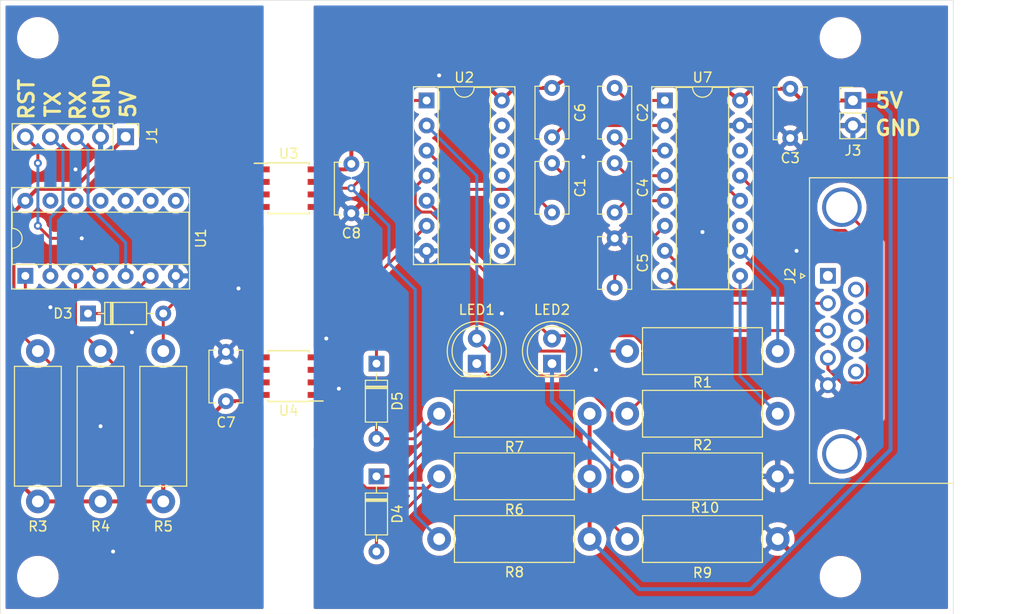
<source format=kicad_pcb>
(kicad_pcb (version 20171130) (host pcbnew 5.1.6+dfsg1-1~bpo10+1)
  (layers (0 F.Cu signal) (31 B.Cu signal) (34 B.Paste user) (35 F.Paste user) (36 B.SilkS user) (37 F.SilkS user) (38 B.Mask user) (39 F.Mask user) (44 Edge.Cuts user))
  (net 0 "")
  (net 1 "Net-(C1-Pad2)")
  (net 2 "Net-(C1-Pad1)")
  (net 3 "Net-(C2-Pad2)")
  (net 4 "Net-(C2-Pad1)")
  (net 5 +5V)
  (net 6 GND)
  (net 7 "Net-(C4-Pad2)")
  (net 8 "Net-(C4-Pad1)")
  (net 9 "Net-(C5-Pad2)")
  (net 10 "Net-(C6-Pad2)")
  (net 11 GNDA)
  (net 12 +5VA)
  (net 13 "Net-(D1-Pad2)")
  (net 14 "Net-(D1-Pad1)")
  (net 15 "Net-(D2-Pad2)")
  (net 16 "Net-(D2-Pad1)")
  (net 17 "Net-(D3-Pad2)")
  (net 18 "Net-(D3-Pad1)")
  (net 19 "Net-(D4-Pad2)")
  (net 20 "Net-(D4-Pad1)")
  (net 21 "Net-(D5-Pad2)")
  (net 22 "Net-(D5-Pad1)")
  (net 23 "Net-(J1-Pad5)")
  (net 24 "Net-(J1-Pad4)")
  (net 25 "Net-(J1-Pad3)")
  (net 26 "Net-(J2-Pad0)")
  (net 27 "Net-(J2-Pad9)")
  (net 28 "Net-(J2-Pad8)")
  (net 29 "Net-(J2-Pad7)")
  (net 30 "Net-(J2-Pad6)")
  (net 31 "Net-(J2-Pad4)")
  (net 32 "Net-(J2-Pad3)")
  (net 33 "Net-(J2-Pad2)")
  (net 34 "Net-(J2-Pad1)")
  (net 35 "Net-(R1-Pad1)")
  (net 36 "Net-(R2-Pad1)")
  (net 37 "Net-(R3-Pad1)")
  (net 38 "Net-(R4-Pad1)")
  (net 39 "Net-(R8-Pad2)")
  (net 40 "Net-(U3-Pad7)")
  (net 41 "Net-(U3-Pad2)")
  (net 42 "Net-(U3-Pad1)")
  (net 43 "Net-(U7-Pad14)")
  (net 44 "Net-(U7-Pad11)")
  (module LED_THT:LED_D5.0mm (layer F.Cu) (at 220.98 87.63 90)
    (fp_text reference LED2 (at 5.461 0 180) (layer F.SilkS))
    (fp_text value LED)
    (pad 2 thru_hole circle (at 2.54 0 90) (size 1.8 1.8) (drill 0.9) (layers *.Cu *.Mask) (net 15 "Net-(D2-Pad2)"))
    (pad 1 thru_hole rect (at 0 0 90) (size 1.8 1.8) (drill 0.9) (layers *.Cu *.Mask) (net 16 "Net-(D2-Pad1)"))
  )
  (module MountingHole:MountingHole_3.2mm_M3 (layer F.Cu) (at 250.19 109.22)
    (fp_text reference REF** hide)
    (fp_text value MountingHole_3.2mm_M3)
    (pad 1 np_thru_hole circle (at 0 0) (size 3.2 3.2) (drill 3.2) (layers *.Cu *.Mask))
  )
  (module MountingHole:MountingHole_3.2mm_M3 (layer F.Cu) (at 250.19 54.61)
    (fp_text reference REF** hide)
    (fp_text value MountingHole_3.2mm_M3)
    (pad 1 np_thru_hole circle (at 0 0) (size 3.2 3.2) (drill 3.2) (layers *.Cu *.Mask))
  )
  (module MountingHole:MountingHole_3.2mm_M3 (layer F.Cu) (at 168.91 54.61)
    (fp_text reference REF** hide)
    (fp_text value MountingHole_3.2mm_M3)
    (pad 1 np_thru_hole circle (at 0 0) (size 3.2 3.2) (drill 3.2) (layers *.Cu *.Mask))
  )
  (module MountingHole:MountingHole_3.2mm_M3 (layer F.Cu) (at 168.91 109.22)
    (fp_text reference REF** hide)
    (fp_text value MountingHole_3.2mm_M3)
    (pad 1 np_thru_hole circle (at 0 0) (size 3.2 3.2) (drill 3.2) (layers *.Cu *.Mask))
  )
  (module Package_DIP:DIP-16_W7.62mm_Socket (layer F.Cu) (at 232.41 60.96)
    (fp_text reference U7 (at 3.81 -2.33) (layer F.SilkS))
    (fp_text value MAX232)
    (pad 16 thru_hole oval (at 7.62 0) (size 1.6 1.6) (drill 0.8) (layers *.Cu *.Mask) (net 5 +5V))
    (pad 8 thru_hole oval (at 0 17.78) (size 1.6 1.6) (drill 0.8) (layers *.Cu *.Mask) (net 32 "Net-(J2-Pad3)"))
    (pad 15 thru_hole oval (at 7.62 2.54) (size 1.6 1.6) (drill 0.8) (layers *.Cu *.Mask) (net 6 GND))
    (pad 7 thru_hole oval (at 0 15.24) (size 1.6 1.6) (drill 0.8) (layers *.Cu *.Mask) (net 33 "Net-(J2-Pad2)"))
    (pad 14 thru_hole oval (at 7.62 5.08) (size 1.6 1.6) (drill 0.8) (layers *.Cu *.Mask) (net 43 "Net-(U7-Pad14)"))
    (pad 6 thru_hole oval (at 0 12.7) (size 1.6 1.6) (drill 0.8) (layers *.Cu *.Mask) (net 9 "Net-(C5-Pad2)"))
    (pad 13 thru_hole oval (at 7.62 7.62) (size 1.6 1.6) (drill 0.8) (layers *.Cu *.Mask) (net 31 "Net-(J2-Pad4)"))
    (pad 5 thru_hole oval (at 0 10.16) (size 1.6 1.6) (drill 0.8) (layers *.Cu *.Mask) (net 7 "Net-(C4-Pad2)"))
    (pad 12 thru_hole oval (at 7.62 10.16) (size 1.6 1.6) (drill 0.8) (layers *.Cu *.Mask) (net 2 "Net-(C1-Pad1)"))
    (pad 4 thru_hole oval (at 0 7.62) (size 1.6 1.6) (drill 0.8) (layers *.Cu *.Mask) (net 8 "Net-(C4-Pad1)"))
    (pad 11 thru_hole oval (at 7.62 12.7) (size 1.6 1.6) (drill 0.8) (layers *.Cu *.Mask) (net 44 "Net-(U7-Pad11)"))
    (pad 3 thru_hole oval (at 0 5.08) (size 1.6 1.6) (drill 0.8) (layers *.Cu *.Mask) (net 3 "Net-(C2-Pad2)"))
    (pad 10 thru_hole oval (at 7.62 15.24) (size 1.6 1.6) (drill 0.8) (layers *.Cu *.Mask) (net 35 "Net-(R1-Pad1)"))
    (pad 2 thru_hole oval (at 0 2.54) (size 1.6 1.6) (drill 0.8) (layers *.Cu *.Mask) (net 10 "Net-(C6-Pad2)"))
    (pad 9 thru_hole oval (at 7.62 17.78) (size 1.6 1.6) (drill 0.8) (layers *.Cu *.Mask) (net 36 "Net-(R2-Pad1)"))
    (pad 1 thru_hole rect (at 0 0) (size 1.6 1.6) (drill 0.8) (layers *.Cu *.Mask) (net 4 "Net-(C2-Pad1)"))
  )
  (module Package_SO:SOIC-8_3.9x4.9mm_P1.27mm (layer F.Cu) (at 194.31 88.9 180)
    (fp_text reference U4 (at 0 -3.5) (layer F.SilkS))
    (fp_text value HCPL-0631)
    (pad 1 smd rect (at -2.7 -1.905 180) (size 1.55 0.6) (layers F.Cu F.Paste F.Mask) (net 19 "Net-(D4-Pad2)"))
    (pad 2 smd rect (at -2.7 -0.635 180) (size 1.55 0.6) (layers F.Cu F.Paste F.Mask) (net 6 GND))
    (pad 3 smd rect (at -2.7 0.635 180) (size 1.55 0.6) (layers F.Cu F.Paste F.Mask) (net 6 GND))
    (pad 4 smd rect (at -2.7 1.905 180) (size 1.55 0.6) (layers F.Cu F.Paste F.Mask) (net 21 "Net-(D5-Pad2)"))
    (pad 5 smd rect (at 2.7 1.905 180) (size 1.55 0.6) (layers F.Cu F.Paste F.Mask) (net 11 GNDA))
    (pad 6 smd rect (at 2.7 0.635 180) (size 1.55 0.6) (layers F.Cu F.Paste F.Mask) (net 38 "Net-(R4-Pad1)"))
    (pad 7 smd rect (at 2.7 -0.635 180) (size 1.55 0.6) (layers F.Cu F.Paste F.Mask) (net 37 "Net-(R3-Pad1)"))
    (pad 8 smd rect (at 2.7 -1.905 180) (size 1.55 0.6) (layers F.Cu F.Paste F.Mask) (net 12 +5VA))
  )
  (module Package_SO:SOIC-8_3.9x4.9mm_P1.27mm (layer F.Cu) (at 194.31 69.85)
    (fp_text reference U3 (at 0 -3.5) (layer F.SilkS))
    (fp_text value HCPL-0631)
    (pad 1 smd rect (at -2.7 -1.905) (size 1.55 0.6) (layers F.Cu F.Paste F.Mask) (net 42 "Net-(U3-Pad1)"))
    (pad 2 smd rect (at -2.7 -0.635) (size 1.55 0.6) (layers F.Cu F.Paste F.Mask) (net 41 "Net-(U3-Pad2)"))
    (pad 3 smd rect (at -2.7 0.635) (size 1.55 0.6) (layers F.Cu F.Paste F.Mask) (net 11 GNDA))
    (pad 4 smd rect (at -2.7 1.905) (size 1.55 0.6) (layers F.Cu F.Paste F.Mask) (net 17 "Net-(D3-Pad2)"))
    (pad 5 smd rect (at 2.7 1.905) (size 1.55 0.6) (layers F.Cu F.Paste F.Mask) (net 6 GND))
    (pad 6 smd rect (at 2.7 0.635) (size 1.55 0.6) (layers F.Cu F.Paste F.Mask) (net 39 "Net-(R8-Pad2)"))
    (pad 7 smd rect (at 2.7 -0.635) (size 1.55 0.6) (layers F.Cu F.Paste F.Mask) (net 40 "Net-(U3-Pad7)"))
    (pad 8 smd rect (at 2.7 -1.905) (size 1.55 0.6) (layers F.Cu F.Paste F.Mask) (net 5 +5V))
  )
  (module Package_DIP:DIP-14_W7.62mm_Socket (layer F.Cu) (at 208.28 60.96)
    (fp_text reference U2 (at 3.81 -2.33) (layer F.SilkS))
    (fp_text value 74HC14)
    (pad 14 thru_hole oval (at 7.62 0) (size 1.6 1.6) (drill 0.8) (layers *.Cu *.Mask) (net 5 +5V))
    (pad 7 thru_hole oval (at 0 15.24) (size 1.6 1.6) (drill 0.8) (layers *.Cu *.Mask) (net 6 GND))
    (pad 13 thru_hole oval (at 7.62 2.54) (size 1.6 1.6) (drill 0.8) (layers *.Cu *.Mask))
    (pad 6 thru_hole oval (at 0 12.7) (size 1.6 1.6) (drill 0.8) (layers *.Cu *.Mask) (net 22 "Net-(D5-Pad1)"))
    (pad 12 thru_hole oval (at 7.62 5.08) (size 1.6 1.6) (drill 0.8) (layers *.Cu *.Mask))
    (pad 5 thru_hole oval (at 0 10.16) (size 1.6 1.6) (drill 0.8) (layers *.Cu *.Mask) (net 15 "Net-(D2-Pad2)"))
    (pad 11 thru_hole oval (at 7.62 7.62) (size 1.6 1.6) (drill 0.8) (layers *.Cu *.Mask))
    (pad 4 thru_hole oval (at 0 7.62) (size 1.6 1.6) (drill 0.8) (layers *.Cu *.Mask) (net 20 "Net-(D4-Pad1)"))
    (pad 10 thru_hole oval (at 7.62 10.16) (size 1.6 1.6) (drill 0.8) (layers *.Cu *.Mask))
    (pad 3 thru_hole oval (at 0 5.08) (size 1.6 1.6) (drill 0.8) (layers *.Cu *.Mask) (net 1 "Net-(C1-Pad2)"))
    (pad 9 thru_hole oval (at 7.62 12.7) (size 1.6 1.6) (drill 0.8) (layers *.Cu *.Mask))
    (pad 2 thru_hole oval (at 0 2.54) (size 1.6 1.6) (drill 0.8) (layers *.Cu *.Mask) (net 13 "Net-(D1-Pad2)"))
    (pad 8 thru_hole oval (at 7.62 15.24) (size 1.6 1.6) (drill 0.8) (layers *.Cu *.Mask))
    (pad 1 thru_hole rect (at 0 0) (size 1.6 1.6) (drill 0.8) (layers *.Cu *.Mask) (net 39 "Net-(R8-Pad2)"))
  )
  (module Package_DIP:DIP-14_W7.62mm_Socket (layer F.Cu) (at 167.64 78.74 90)
    (fp_text reference U1 (at 3.81 17.78 90) (layer F.SilkS))
    (fp_text value 74HC14)
    (pad 1 thru_hole rect (at 0 0 90) (size 1.6 1.6) (drill 0.8) (layers *.Cu *.Mask) (net 37 "Net-(R3-Pad1)"))
    (pad 8 thru_hole oval (at 7.62 15.24 90) (size 1.6 1.6) (drill 0.8) (layers *.Cu *.Mask))
    (pad 2 thru_hole oval (at 0 2.54 90) (size 1.6 1.6) (drill 0.8) (layers *.Cu *.Mask) (net 24 "Net-(J1-Pad4)"))
    (pad 9 thru_hole oval (at 7.62 12.7 90) (size 1.6 1.6) (drill 0.8) (layers *.Cu *.Mask))
    (pad 3 thru_hole oval (at 0 5.08 90) (size 1.6 1.6) (drill 0.8) (layers *.Cu *.Mask) (net 38 "Net-(R4-Pad1)"))
    (pad 10 thru_hole oval (at 7.62 10.16 90) (size 1.6 1.6) (drill 0.8) (layers *.Cu *.Mask))
    (pad 4 thru_hole oval (at 0 7.62 90) (size 1.6 1.6) (drill 0.8) (layers *.Cu *.Mask) (net 23 "Net-(J1-Pad5)"))
    (pad 11 thru_hole oval (at 7.62 7.62 90) (size 1.6 1.6) (drill 0.8) (layers *.Cu *.Mask))
    (pad 5 thru_hole oval (at 0 10.16 90) (size 1.6 1.6) (drill 0.8) (layers *.Cu *.Mask) (net 25 "Net-(J1-Pad3)"))
    (pad 12 thru_hole oval (at 7.62 5.08 90) (size 1.6 1.6) (drill 0.8) (layers *.Cu *.Mask))
    (pad 6 thru_hole oval (at 0 12.7 90) (size 1.6 1.6) (drill 0.8) (layers *.Cu *.Mask) (net 18 "Net-(D3-Pad1)"))
    (pad 13 thru_hole oval (at 7.62 2.54 90) (size 1.6 1.6) (drill 0.8) (layers *.Cu *.Mask))
    (pad 7 thru_hole oval (at 0 15.24 90) (size 1.6 1.6) (drill 0.8) (layers *.Cu *.Mask) (net 11 GNDA))
    (pad 14 thru_hole oval (at 7.62 0 90) (size 1.6 1.6) (drill 0.8) (layers *.Cu *.Mask) (net 12 +5VA))
  )
  (module Resistor_THT:R_Axial_DIN0414_L11.9mm_D4.5mm_P15.24mm_Horizontal (layer F.Cu) (at 228.6 99.06)
    (fp_text reference R10 (at 7.874 3.175) (layer F.SilkS))
    (fp_text value 1k)
    (pad 2 thru_hole oval (at 15.24 0) (size 2.4 2.4) (drill 1.2) (layers *.Cu *.Mask) (net 6 GND))
    (pad 1 thru_hole circle (at 0 0) (size 2.4 2.4) (drill 1.2) (layers *.Cu *.Mask) (net 16 "Net-(D2-Pad1)"))
  )
  (module Resistor_THT:R_Axial_DIN0414_L11.9mm_D4.5mm_P15.24mm_Horizontal (layer F.Cu) (at 243.84 105.41 180)
    (fp_text reference R9 (at 7.62 -3.429) (layer F.SilkS))
    (fp_text value 1k)
    (pad 2 thru_hole oval (at 15.24 0 180) (size 2.4 2.4) (drill 1.2) (layers *.Cu *.Mask) (net 14 "Net-(D1-Pad1)"))
    (pad 1 thru_hole circle (at 0 0 180) (size 2.4 2.4) (drill 1.2) (layers *.Cu *.Mask) (net 6 GND))
  )
  (module Resistor_THT:R_Axial_DIN0414_L11.9mm_D4.5mm_P15.24mm_Horizontal (layer F.Cu) (at 224.79 105.41 180)
    (fp_text reference R8 (at 7.62 -3.37) (layer F.SilkS))
    (fp_text value 390)
    (pad 2 thru_hole oval (at 15.24 0 180) (size 2.4 2.4) (drill 1.2) (layers *.Cu *.Mask) (net 39 "Net-(R8-Pad2)"))
    (pad 1 thru_hole circle (at 0 0 180) (size 2.4 2.4) (drill 1.2) (layers *.Cu *.Mask) (net 5 +5V))
  )
  (module Resistor_THT:R_Axial_DIN0414_L11.9mm_D4.5mm_P15.24mm_Horizontal (layer F.Cu) (at 224.79 92.71 180)
    (fp_text reference R7 (at 7.62 -3.37) (layer F.SilkS))
    (fp_text value 470)
    (pad 2 thru_hole oval (at 15.24 0 180) (size 2.4 2.4) (drill 1.2) (layers *.Cu *.Mask) (net 21 "Net-(D5-Pad2)"))
    (pad 1 thru_hole circle (at 0 0 180) (size 2.4 2.4) (drill 1.2) (layers *.Cu *.Mask) (net 5 +5V))
  )
  (module Resistor_THT:R_Axial_DIN0414_L11.9mm_D4.5mm_P15.24mm_Horizontal (layer F.Cu) (at 224.79 99.06 180)
    (fp_text reference R6 (at 7.62 -3.37) (layer F.SilkS))
    (fp_text value 470)
    (pad 2 thru_hole oval (at 15.24 0 180) (size 2.4 2.4) (drill 1.2) (layers *.Cu *.Mask) (net 19 "Net-(D4-Pad2)"))
    (pad 1 thru_hole circle (at 0 0 180) (size 2.4 2.4) (drill 1.2) (layers *.Cu *.Mask) (net 5 +5V))
  )
  (module Resistor_THT:R_Axial_DIN0414_L11.9mm_D4.5mm_P15.24mm_Horizontal (layer F.Cu) (at 181.61 86.36 270)
    (fp_text reference R5 (at 17.78 0 180) (layer F.SilkS))
    (fp_text value 470)
    (pad 1 thru_hole circle (at 0 0 270) (size 2.4 2.4) (drill 1.2) (layers *.Cu *.Mask) (net 17 "Net-(D3-Pad2)"))
    (pad 2 thru_hole oval (at 15.24 0 270) (size 2.4 2.4) (drill 1.2) (layers *.Cu *.Mask) (net 12 +5VA))
  )
  (module Resistor_THT:R_Axial_DIN0414_L11.9mm_D4.5mm_P15.24mm_Horizontal (layer F.Cu) (at 175.26 86.36 270)
    (fp_text reference R4 (at 17.78 0 180) (layer F.SilkS))
    (fp_text value 390)
    (pad 1 thru_hole circle (at 0 0 270) (size 2.4 2.4) (drill 1.2) (layers *.Cu *.Mask) (net 38 "Net-(R4-Pad1)"))
    (pad 2 thru_hole oval (at 15.24 0 270) (size 2.4 2.4) (drill 1.2) (layers *.Cu *.Mask) (net 12 +5VA))
  )
  (module Resistor_THT:R_Axial_DIN0414_L11.9mm_D4.5mm_P15.24mm_Horizontal (layer F.Cu) (at 168.91 86.36 270)
    (fp_text reference R3 (at 17.78 0 180) (layer F.SilkS))
    (fp_text value 390)
    (pad 1 thru_hole circle (at 0 0 270) (size 2.4 2.4) (drill 1.2) (layers *.Cu *.Mask) (net 37 "Net-(R3-Pad1)"))
    (pad 2 thru_hole oval (at 15.24 0 270) (size 2.4 2.4) (drill 1.2) (layers *.Cu *.Mask) (net 12 +5VA))
  )
  (module Resistor_THT:R_Axial_DIN0414_L11.9mm_D4.5mm_P15.24mm_Horizontal (layer F.Cu) (at 243.84 92.71 180)
    (fp_text reference R2 (at 7.62 -3.175) (layer F.SilkS))
    (fp_text value 1k)
    (pad 2 thru_hole oval (at 15.24 0 180) (size 2.4 2.4) (drill 1.2) (layers *.Cu *.Mask) (net 15 "Net-(D2-Pad2)"))
    (pad 1 thru_hole circle (at 0 0 180) (size 2.4 2.4) (drill 1.2) (layers *.Cu *.Mask) (net 36 "Net-(R2-Pad1)"))
  )
  (module Resistor_THT:R_Axial_DIN0414_L11.9mm_D4.5mm_P15.24mm_Horizontal (layer F.Cu) (at 243.84 86.36 180)
    (fp_text reference R1 (at 7.62 -3.175) (layer F.SilkS))
    (fp_text value 1k)
    (pad 2 thru_hole oval (at 15.24 0 180) (size 2.4 2.4) (drill 1.2) (layers *.Cu *.Mask) (net 13 "Net-(D1-Pad2)"))
    (pad 1 thru_hole circle (at 0 0 180) (size 2.4 2.4) (drill 1.2) (layers *.Cu *.Mask) (net 35 "Net-(R1-Pad1)"))
  )
  (module Connector_PinHeader_2.54mm:PinHeader_1x02_P2.54mm_Vertical (layer F.Cu) (at 251.46 60.96)
    (fp_text reference J3 (at 0 5.08) (layer F.SilkS))
    (fp_text value Conn_01x02_Male)
    (pad 2 thru_hole oval (at 0 2.54) (size 1.7 1.7) (drill 1) (layers *.Cu *.Mask) (net 6 GND))
    (pad 1 thru_hole rect (at 0 0) (size 1.7 1.7) (drill 1) (layers *.Cu *.Mask) (net 5 +5V))
  )
  (module Connector_Dsub:DSUB-9_Female_Horizontal_P2.77x2.84mm_EdgePinOffset9.90mm_Housed_MountingHolesOffset11.32mm (layer F.Cu) (at 248.92 78.74 90)
    (fp_text reference J2 (at 0 -3.81 90) (layer F.SilkS))
    (fp_text value DB9_Female_MountingHoles)
    (pad 0 thru_hole circle (at 6.96 1.42 90) (size 4 4) (drill 3.2) (layers *.Cu *.Mask) (net 26 "Net-(J2-Pad0)"))
    (pad 0 thru_hole circle (at -18.04 1.42 90) (size 4 4) (drill 3.2) (layers *.Cu *.Mask) (net 26 "Net-(J2-Pad0)"))
    (pad 9 thru_hole circle (at -9.695 2.84 90) (size 1.6 1.6) (drill 1) (layers *.Cu *.Mask) (net 27 "Net-(J2-Pad9)"))
    (pad 8 thru_hole circle (at -6.925 2.84 90) (size 1.6 1.6) (drill 1) (layers *.Cu *.Mask) (net 28 "Net-(J2-Pad8)"))
    (pad 7 thru_hole circle (at -4.155 2.84 90) (size 1.6 1.6) (drill 1) (layers *.Cu *.Mask) (net 29 "Net-(J2-Pad7)"))
    (pad 6 thru_hole circle (at -1.385 2.84 90) (size 1.6 1.6) (drill 1) (layers *.Cu *.Mask) (net 30 "Net-(J2-Pad6)"))
    (pad 5 thru_hole circle (at -11.08 0 90) (size 1.6 1.6) (drill 1) (layers *.Cu *.Mask) (net 6 GND))
    (pad 4 thru_hole circle (at -8.31 0 90) (size 1.6 1.6) (drill 1) (layers *.Cu *.Mask) (net 31 "Net-(J2-Pad4)"))
    (pad 3 thru_hole circle (at -5.54 0 90) (size 1.6 1.6) (drill 1) (layers *.Cu *.Mask) (net 32 "Net-(J2-Pad3)"))
    (pad 2 thru_hole circle (at -2.77 0 90) (size 1.6 1.6) (drill 1) (layers *.Cu *.Mask) (net 33 "Net-(J2-Pad2)"))
    (pad 1 thru_hole rect (at 0 0 90) (size 1.6 1.6) (drill 1) (layers *.Cu *.Mask) (net 34 "Net-(J2-Pad1)"))
  )
  (module Connector_PinHeader_2.54mm:PinHeader_1x05_P2.54mm_Vertical (layer F.Cu) (at 177.8 64.643 270)
    (fp_text reference J1 (at -0.127 -2.667 90) (layer F.SilkS))
    (fp_text value Conn_01x05_Male)
    (pad 1 thru_hole rect (at 0 0 270) (size 1.7 1.7) (drill 1) (layers *.Cu *.Mask) (net 12 +5VA))
    (pad 2 thru_hole oval (at 0 2.54 270) (size 1.7 1.7) (drill 1) (layers *.Cu *.Mask) (net 11 GNDA))
    (pad 3 thru_hole oval (at 0 5.08 270) (size 1.7 1.7) (drill 1) (layers *.Cu *.Mask) (net 25 "Net-(J1-Pad3)"))
    (pad 4 thru_hole oval (at 0 7.62 270) (size 1.7 1.7) (drill 1) (layers *.Cu *.Mask) (net 24 "Net-(J1-Pad4)"))
    (pad 5 thru_hole oval (at 0 10.16 270) (size 1.7 1.7) (drill 1) (layers *.Cu *.Mask) (net 23 "Net-(J1-Pad5)"))
  )
  (module Diode_THT:D_DO-35_SOD27_P7.62mm_Horizontal (layer F.Cu) (at 203.2 87.63 270)
    (fp_text reference D5 (at 3.81 -2.12 90) (layer F.SilkS))
    (fp_text value 1N4148)
    (pad 2 thru_hole oval (at 7.62 0 270) (size 1.6 1.6) (drill 0.8) (layers *.Cu *.Mask) (net 21 "Net-(D5-Pad2)"))
    (pad 1 thru_hole rect (at 0 0 270) (size 1.6 1.6) (drill 0.8) (layers *.Cu *.Mask) (net 22 "Net-(D5-Pad1)"))
  )
  (module Diode_THT:D_DO-35_SOD27_P7.62mm_Horizontal (layer F.Cu) (at 203.2 99.06 270)
    (fp_text reference D4 (at 3.81 -2.12 90) (layer F.SilkS))
    (fp_text value 1N4148)
    (pad 2 thru_hole oval (at 7.62 0 270) (size 1.6 1.6) (drill 0.8) (layers *.Cu *.Mask) (net 19 "Net-(D4-Pad2)"))
    (pad 1 thru_hole rect (at 0 0 270) (size 1.6 1.6) (drill 0.8) (layers *.Cu *.Mask) (net 20 "Net-(D4-Pad1)"))
  )
  (module Diode_THT:D_DO-35_SOD27_P7.62mm_Horizontal (layer F.Cu) (at 173.99 82.55)
    (fp_text reference D3 (at -2.54 0) (layer F.SilkS))
    (fp_text value 1N4148)
    (pad 1 thru_hole rect (at 0 0) (size 1.6 1.6) (drill 0.8) (layers *.Cu *.Mask) (net 18 "Net-(D3-Pad1)"))
    (pad 2 thru_hole oval (at 7.62 0) (size 1.6 1.6) (drill 0.8) (layers *.Cu *.Mask) (net 17 "Net-(D3-Pad2)"))
  )
  (module LED_THT:LED_D5.0mm (layer F.Cu) (at 213.36 87.63 90)
    (fp_text reference LED1 (at 5.461 0 180) (layer F.SilkS))
    (fp_text value LED)
    (pad 2 thru_hole circle (at 2.54 0 90) (size 1.8 1.8) (drill 0.9) (layers *.Cu *.Mask) (net 13 "Net-(D1-Pad2)"))
    (pad 1 thru_hole rect (at 0 0 90) (size 1.8 1.8) (drill 0.9) (layers *.Cu *.Mask) (net 14 "Net-(D1-Pad1)"))
  )
  (module Capacitor_THT:C_Disc_D5.1mm_W3.2mm_P5.00mm (layer F.Cu) (at 200.66 72.39 90)
    (fp_text reference C8 (at -2.032 0 180) (layer F.SilkS))
    (fp_text value 0.1uF)
    (pad 1 thru_hole circle (at 0 0 90) (size 1.6 1.6) (drill 0.8) (layers *.Cu *.Mask) (net 6 GND))
    (pad 2 thru_hole circle (at 5 0 90) (size 1.6 1.6) (drill 0.8) (layers *.Cu *.Mask) (net 5 +5V))
  )
  (module Capacitor_THT:C_Disc_D5.1mm_W3.2mm_P5.00mm (layer F.Cu) (at 187.96 91.44 90)
    (fp_text reference C7 (at -2.159 0 180) (layer F.SilkS))
    (fp_text value 0.1uF)
    (pad 1 thru_hole circle (at 0 0 90) (size 1.6 1.6) (drill 0.8) (layers *.Cu *.Mask) (net 12 +5VA))
    (pad 2 thru_hole circle (at 5 0 90) (size 1.6 1.6) (drill 0.8) (layers *.Cu *.Mask) (net 11 GNDA))
  )
  (module Capacitor_THT:C_Disc_D5.1mm_W3.2mm_P5.00mm (layer F.Cu) (at 220.98 59.69 270)
    (fp_text reference C6 (at 2.5 -2.85 90) (layer F.SilkS))
    (fp_text value 1uF)
    (pad 2 thru_hole circle (at 5 0 270) (size 1.6 1.6) (drill 0.8) (layers *.Cu *.Mask) (net 10 "Net-(C6-Pad2)"))
    (pad 1 thru_hole circle (at 0 0 270) (size 1.6 1.6) (drill 0.8) (layers *.Cu *.Mask) (net 5 +5V))
  )
  (module Capacitor_THT:C_Disc_D5.1mm_W3.2mm_P5.00mm (layer F.Cu) (at 227.33 74.93 270)
    (fp_text reference C5 (at 2.5 -2.85 90) (layer F.SilkS))
    (fp_text value 1uF)
    (pad 2 thru_hole circle (at 5 0 270) (size 1.6 1.6) (drill 0.8) (layers *.Cu *.Mask) (net 9 "Net-(C5-Pad2)"))
    (pad 1 thru_hole circle (at 0 0 270) (size 1.6 1.6) (drill 0.8) (layers *.Cu *.Mask) (net 6 GND))
  )
  (module Capacitor_THT:C_Disc_D5.1mm_W3.2mm_P5.00mm (layer F.Cu) (at 227.33 67.31 270)
    (fp_text reference C4 (at 2.5 -2.85 90) (layer F.SilkS))
    (fp_text value 1uF)
    (pad 2 thru_hole circle (at 5 0 270) (size 1.6 1.6) (drill 0.8) (layers *.Cu *.Mask) (net 7 "Net-(C4-Pad2)"))
    (pad 1 thru_hole circle (at 0 0 270) (size 1.6 1.6) (drill 0.8) (layers *.Cu *.Mask) (net 8 "Net-(C4-Pad1)"))
  )
  (module Capacitor_THT:C_Disc_D5.1mm_W3.2mm_P5.00mm (layer F.Cu) (at 245.11 64.77 90)
    (fp_text reference C3 (at -2.032 0 180) (layer F.SilkS))
    (fp_text value 1uF)
    (pad 2 thru_hole circle (at 5 0 90) (size 1.6 1.6) (drill 0.8) (layers *.Cu *.Mask) (net 5 +5V))
    (pad 1 thru_hole circle (at 0 0 90) (size 1.6 1.6) (drill 0.8) (layers *.Cu *.Mask) (net 6 GND))
  )
  (module Capacitor_THT:C_Disc_D5.1mm_W3.2mm_P5.00mm (layer F.Cu) (at 227.33 59.69 270)
    (fp_text reference C2 (at 2.5 -2.85 90) (layer F.SilkS))
    (fp_text value 1uF)
    (pad 2 thru_hole circle (at 5 0 270) (size 1.6 1.6) (drill 0.8) (layers *.Cu *.Mask) (net 3 "Net-(C2-Pad2)"))
    (pad 1 thru_hole circle (at 0 0 270) (size 1.6 1.6) (drill 0.8) (layers *.Cu *.Mask) (net 4 "Net-(C2-Pad1)"))
  )
  (module Capacitor_THT:C_Disc_D5.1mm_W3.2mm_P5.00mm (layer F.Cu) (at 220.98 67.31 270)
    (fp_text reference C1 (at 2.5 -2.85 90) (layer F.SilkS))
    (fp_text value 0.1uF)
    (pad 2 thru_hole circle (at 5 0 270) (size 1.6 1.6) (drill 0.8) (layers *.Cu *.Mask) (net 1 "Net-(C1-Pad2)"))
    (pad 1 thru_hole circle (at 0 0 270) (size 1.6 1.6) (drill 0.8) (layers *.Cu *.Mask) (net 2 "Net-(C1-Pad1)"))
  )
  (gr_text GND (at 256.032 63.754) (layer F.SilkS) (effects (font (size 1.5 1.5) (thickness 0.3))))
  (gr_text 5V (at 255.143 60.96) (layer F.SilkS) (effects (font (size 1.5 1.5) (thickness 0.3))))
  (gr_text 5V (at 178.054 61.341 90) (layer F.SilkS) (effects (font (size 1.5 1.5) (thickness 0.3))))
  (gr_text GND (at 175.387 60.579 90) (layer F.SilkS) (effects (font (size 1.5 1.5) (thickness 0.3))))
  (gr_text RST (at 167.767 60.833 90) (layer F.SilkS) (effects (font (size 1.5 1.5) (thickness 0.3))))
  (gr_text TX (at 170.434 61.341 90) (layer F.SilkS) (effects (font (size 1.5 1.5) (thickness 0.3))))
  (gr_text RX (at 172.974 61.468 90) (layer F.SilkS) (effects (font (size 1.5 1.5) (thickness 0.3))))
  (gr_line (start 165.1 50.8) (end 165.1 113.03) (layer Edge.Cuts) (width 0.05))
  (gr_line (start 261.62 50.8) (end 165.1 50.8) (layer Edge.Cuts) (width 0.05))
  (gr_line (start 261.62 113.03) (end 261.62 50.8) (layer Edge.Cuts) (width 0.05))
  (gr_line (start 165.1 113.03) (end 261.62 113.03) (layer Edge.Cuts) (width 0.05))
  (segment (start 212.209999 69.969999) (end 208.28 66.04) (width 0.3) (layer F.Cu) (net 1))
  (segment (start 218.639999 69.969999) (end 212.209999 69.969999) (width 0.3) (layer F.Cu) (net 1))
  (segment (start 220.98 72.31) (end 218.639999 69.969999) (width 0.3) (layer F.Cu) (net 1))
  (segment (start 223.639999 69.969999) (end 220.98 67.31) (width 0.3) (layer F.Cu) (net 2))
  (segment (start 238.879999 69.969999) (end 223.639999 69.969999) (width 0.3) (layer F.Cu) (net 2))
  (segment (start 240.03 71.12) (end 238.879999 69.969999) (width 0.3) (layer F.Cu) (net 2))
  (segment (start 228.68 66.04) (end 227.33 64.69) (width 0.3) (layer F.Cu) (net 3))
  (segment (start 232.41 66.04) (end 228.68 66.04) (width 0.3) (layer F.Cu) (net 3))
  (segment (start 228.6 60.96) (end 227.33 59.69) (width 0.3) (layer F.Cu) (net 4))
  (segment (start 232.41 60.96) (end 228.6 60.96) (width 0.3) (layer F.Cu) (net 4))
  (segment (start 246.3 60.96) (end 245.11 59.77) (width 0.4) (layer F.Cu) (net 5))
  (segment (start 251.46 60.96) (end 246.3 60.96) (width 0.4) (layer F.Cu) (net 5))
  (segment (start 241.22 59.77) (end 240.03 60.96) (width 0.4) (layer F.Cu) (net 5))
  (segment (start 245.11 59.77) (end 241.22 59.77) (width 0.4) (layer F.Cu) (net 5))
  (segment (start 217.17 59.69) (end 215.9 60.96) (width 0.4) (layer F.Cu) (net 5))
  (segment (start 220.98 59.69) (end 217.17 59.69) (width 0.4) (layer F.Cu) (net 5))
  (segment (start 200.66 67.39) (end 200.66 60.96) (width 0.4) (layer F.Cu) (net 5))
  (segment (start 200.66 60.96) (end 204.47 57.15) (width 0.4) (layer F.Cu) (net 5))
  (segment (start 212.09 57.15) (end 215.9 60.96) (width 0.4) (layer F.Cu) (net 5))
  (segment (start 204.47 57.15) (end 212.09 57.15) (width 0.4) (layer F.Cu) (net 5))
  (segment (start 200.105 67.945) (end 200.66 67.39) (width 0.4) (layer F.Cu) (net 5))
  (segment (start 197.01 67.945) (end 200.105 67.945) (width 0.4) (layer F.Cu) (net 5))
  (segment (start 224.79 92.71) (end 224.79 99.06) (width 0.4) (layer F.Cu) (net 5))
  (segment (start 224.79 99.06) (end 224.79 105.41) (width 0.4) (layer F.Cu) (net 5))
  (segment (start 224.79 57.15) (end 220.98 59.69) (width 0.4) (layer F.Cu) (net 5))
  (segment (start 240.03 60.96) (end 234.95 57.15) (width 0.4) (layer F.Cu) (net 5))
  (segment (start 234.95 57.15) (end 224.79 57.15) (width 0.4) (layer F.Cu) (net 5))
  (segment (start 251.46 60.96) (end 254 60.96) (width 0.4) (layer B.Cu) (net 5))
  (segment (start 254 60.96) (end 255.27 62.23) (width 0.4) (layer B.Cu) (net 5))
  (segment (start 255.27 96.348002) (end 241.128002 110.49) (width 0.4) (layer B.Cu) (net 5))
  (segment (start 255.27 62.23) (end 255.27 96.348002) (width 0.4) (layer B.Cu) (net 5))
  (segment (start 229.87 110.49) (end 224.79 105.41) (width 0.4) (layer B.Cu) (net 5))
  (segment (start 241.128002 110.49) (end 229.87 110.49) (width 0.4) (layer B.Cu) (net 5))
  (via (at 198.12 85.09) (size 0.8) (drill 0.4) (layers F.Cu B.Cu) (net 6))
  (via (at 199.39 90.17) (size 0.8) (drill 0.4) (layers F.Cu B.Cu) (net 6))
  (via (at 209.55 58.42) (size 0.8) (drill 0.4) (layers F.Cu B.Cu) (net 6))
  (via (at 224.155 66.675) (size 0.8) (drill 0.4) (layers F.Cu B.Cu) (net 6))
  (via (at 236.22 74.295) (size 0.8) (drill 0.4) (layers F.Cu B.Cu) (net 6))
  (via (at 245.745 76.2) (size 0.8) (drill 0.4) (layers F.Cu B.Cu) (net 6))
  (via (at 225.425 88.265) (size 0.8) (drill 0.4) (layers F.Cu B.Cu) (net 6))
  (via (at 215.9 82.55) (size 0.8) (drill 0.4) (layers F.Cu B.Cu) (net 6))
  (segment (start 228.52 71.12) (end 227.33 72.31) (width 0.3) (layer F.Cu) (net 7))
  (segment (start 232.41 71.12) (end 228.52 71.12) (width 0.3) (layer F.Cu) (net 7))
  (segment (start 228.6 68.58) (end 227.33 67.31) (width 0.3) (layer F.Cu) (net 8))
  (segment (start 232.41 68.58) (end 228.6 68.58) (width 0.3) (layer F.Cu) (net 8))
  (segment (start 227.33 78.74) (end 232.41 73.66) (width 0.3) (layer F.Cu) (net 9))
  (segment (start 227.33 79.93) (end 227.33 78.74) (width 0.3) (layer F.Cu) (net 9))
  (segment (start 222.17 63.5) (end 220.98 64.69) (width 0.3) (layer F.Cu) (net 10))
  (segment (start 232.41 63.5) (end 222.17 63.5) (width 0.3) (layer F.Cu) (net 10))
  (via (at 176.53 106.68) (size 0.8) (drill 0.4) (layers F.Cu B.Cu) (net 11))
  (via (at 189.23 80.01) (size 0.8) (drill 0.4) (layers F.Cu B.Cu) (net 11))
  (via (at 175.26 93.98) (size 0.8) (drill 0.4) (layers F.Cu B.Cu) (net 11))
  (via (at 178.435 84.455) (size 0.8) (drill 0.4) (layers F.Cu B.Cu) (net 11))
  (via (at 170.18 81.915) (size 0.8) (drill 0.4) (layers F.Cu B.Cu) (net 11))
  (via (at 173.355 74.93) (size 0.8) (drill 0.4) (layers F.Cu B.Cu) (net 11))
  (via (at 172.72 67.945) (size 0.8) (drill 0.4) (layers F.Cu B.Cu) (net 11))
  (segment (start 168.91 101.6) (end 175.26 101.6) (width 0.4) (layer F.Cu) (net 12))
  (segment (start 175.26 101.6) (end 181.61 101.6) (width 0.4) (layer F.Cu) (net 12))
  (segment (start 181.61 97.79) (end 187.96 91.44) (width 0.4) (layer F.Cu) (net 12))
  (segment (start 181.61 101.6) (end 181.61 97.79) (width 0.4) (layer F.Cu) (net 12))
  (segment (start 190.975 91.44) (end 191.61 90.805) (width 0.4) (layer F.Cu) (net 12))
  (segment (start 187.96 91.44) (end 190.975 91.44) (width 0.4) (layer F.Cu) (net 12))
  (segment (start 166.439999 99.129999) (end 168.91 101.6) (width 0.4) (layer F.Cu) (net 12))
  (segment (start 166.439999 72.320001) (end 166.439999 99.129999) (width 0.4) (layer F.Cu) (net 12))
  (segment (start 167.64 71.12) (end 166.439999 72.320001) (width 0.4) (layer F.Cu) (net 12))
  (segment (start 168.840001 69.919999) (end 172.523001 69.919999) (width 0.4) (layer F.Cu) (net 12))
  (segment (start 172.523001 69.919999) (end 177.8 64.643) (width 0.4) (layer F.Cu) (net 12))
  (segment (start 167.64 71.12) (end 168.840001 69.919999) (width 0.4) (layer F.Cu) (net 12))
  (segment (start 214.63 86.36) (end 213.36 85.09) (width 0.3) (layer F.Cu) (net 13))
  (segment (start 228.6 86.36) (end 214.63 86.36) (width 0.3) (layer F.Cu) (net 13))
  (segment (start 213.36 68.58) (end 208.28 63.5) (width 0.3) (layer B.Cu) (net 13))
  (segment (start 213.36 85.09) (end 213.36 68.58) (width 0.3) (layer B.Cu) (net 13))
  (segment (start 214.610001 88.880001) (end 213.36 87.63) (width 0.3) (layer F.Cu) (net 14))
  (segment (start 223.254003 88.880001) (end 214.610001 88.880001) (width 0.3) (layer F.Cu) (net 14))
  (segment (start 227.049999 92.675997) (end 223.254003 88.880001) (width 0.3) (layer F.Cu) (net 14))
  (segment (start 227.049999 103.859999) (end 227.049999 92.675997) (width 0.3) (layer F.Cu) (net 14))
  (segment (start 228.6 105.41) (end 227.049999 103.859999) (width 0.3) (layer F.Cu) (net 14))
  (segment (start 221.260001 84.809999) (end 220.98 85.09) (width 0.3) (layer F.Cu) (net 15))
  (segment (start 229.344001 84.809999) (end 221.260001 84.809999) (width 0.3) (layer F.Cu) (net 15))
  (segment (start 230.150001 85.615999) (end 229.344001 84.809999) (width 0.3) (layer F.Cu) (net 15))
  (segment (start 230.150001 91.159999) (end 230.150001 85.615999) (width 0.3) (layer F.Cu) (net 15))
  (segment (start 228.6 92.71) (end 230.150001 91.159999) (width 0.3) (layer F.Cu) (net 15))
  (segment (start 212.002889 74.842889) (end 208.28 71.12) (width 0.3) (layer F.Cu) (net 15))
  (segment (start 212.002889 76.112889) (end 212.002889 74.842889) (width 0.3) (layer F.Cu) (net 15))
  (segment (start 220.98 85.09) (end 212.002889 76.112889) (width 0.3) (layer F.Cu) (net 15))
  (segment (start 220.98 91.44) (end 220.98 87.63) (width 0.4) (layer B.Cu) (net 16))
  (segment (start 228.6 99.06) (end 220.98 91.44) (width 0.4) (layer B.Cu) (net 16))
  (segment (start 181.61 86.36) (end 181.61 82.55) (width 0.3) (layer F.Cu) (net 17))
  (segment (start 191.61 72.55) (end 191.61 71.755) (width 0.3) (layer F.Cu) (net 17))
  (segment (start 181.61 82.55) (end 191.61 72.55) (width 0.3) (layer F.Cu) (net 17))
  (segment (start 176.53 82.55) (end 173.99 82.55) (width 0.3) (layer F.Cu) (net 18))
  (segment (start 180.34 78.74) (end 176.53 82.55) (width 0.3) (layer F.Cu) (net 18))
  (segment (start 203.2 105.41) (end 209.55 99.06) (width 0.3) (layer F.Cu) (net 19))
  (segment (start 203.2 106.68) (end 203.2 105.41) (width 0.3) (layer F.Cu) (net 19))
  (segment (start 197.01 95.100002) (end 197.01 90.805) (width 0.3) (layer F.Cu) (net 19))
  (segment (start 202.169997 100.259999) (end 197.01 95.100002) (width 0.3) (layer F.Cu) (net 19))
  (segment (start 208.350001 100.259999) (end 202.169997 100.259999) (width 0.3) (layer F.Cu) (net 19))
  (segment (start 209.55 99.06) (end 208.350001 100.259999) (width 0.3) (layer F.Cu) (net 19))
  (segment (start 207.129999 69.730001) (end 208.28 68.58) (width 0.3) (layer F.Cu) (net 20))
  (segment (start 207.129999 71.672001) (end 207.129999 69.730001) (width 0.3) (layer F.Cu) (net 20))
  (segment (start 208.722881 72.270001) (end 207.727999 72.270001) (width 0.3) (layer F.Cu) (net 20))
  (segment (start 211.100001 74.647121) (end 208.722881 72.270001) (width 0.3) (layer F.Cu) (net 20))
  (segment (start 211.100001 93.454001) (end 211.100001 74.647121) (width 0.3) (layer F.Cu) (net 20))
  (segment (start 207.727999 72.270001) (end 207.129999 71.672001) (width 0.3) (layer F.Cu) (net 20))
  (segment (start 205.494002 99.06) (end 211.100001 93.454001) (width 0.3) (layer F.Cu) (net 20))
  (segment (start 203.2 99.06) (end 205.494002 99.06) (width 0.3) (layer F.Cu) (net 20))
  (segment (start 207.01 95.25) (end 209.55 92.71) (width 0.3) (layer F.Cu) (net 21))
  (segment (start 203.2 95.25) (end 207.01 95.25) (width 0.3) (layer F.Cu) (net 21))
  (segment (start 198.085 86.995) (end 197.01 86.995) (width 0.3) (layer F.Cu) (net 21))
  (segment (start 203.2 92.11) (end 198.085 86.995) (width 0.3) (layer F.Cu) (net 21))
  (segment (start 203.2 95.25) (end 203.2 92.11) (width 0.3) (layer F.Cu) (net 21))
  (segment (start 203.2 78.74) (end 208.28 73.66) (width 0.3) (layer F.Cu) (net 22))
  (segment (start 203.2 87.63) (end 203.2 78.74) (width 0.3) (layer F.Cu) (net 22))
  (via (at 168.91 67.31) (size 0.8) (drill 0.4) (layers F.Cu B.Cu) (net 23))
  (segment (start 168.91 67.31) (end 168.91 71.552002) (width 0.3) (layer B.Cu) (net 23))
  (via (at 168.91 73.66) (size 0.8) (drill 0.4) (layers F.Cu B.Cu) (net 23))
  (segment (start 168.91 71.552002) (end 168.91 73.66) (width 0.3) (layer B.Cu) (net 23))
  (segment (start 168.91 73.66) (end 170.18 74.93) (width 0.3) (layer F.Cu) (net 23))
  (segment (start 171.45 74.93) (end 175.26 78.74) (width 0.3) (layer F.Cu) (net 23))
  (segment (start 170.18 74.93) (end 171.45 74.93) (width 0.3) (layer F.Cu) (net 23))
  (segment (start 168.91 65.913) (end 167.64 64.643) (width 0.3) (layer F.Cu) (net 23))
  (segment (start 168.91 67.31) (end 168.91 65.913) (width 0.3) (layer F.Cu) (net 23))
  (segment (start 171.45 65.913) (end 170.18 64.643) (width 0.3) (layer B.Cu) (net 24))
  (segment (start 171.45 71.552002) (end 171.45 65.913) (width 0.3) (layer B.Cu) (net 24))
  (segment (start 170.18 78.74) (end 170.18 72.822002) (width 0.3) (layer B.Cu) (net 24))
  (segment (start 170.18 72.822002) (end 171.45 71.552002) (width 0.3) (layer B.Cu) (net 24))
  (segment (start 177.8 75.362002) (end 177.8 78.74) (width 0.3) (layer B.Cu) (net 25))
  (segment (start 173.99 71.552002) (end 177.8 75.362002) (width 0.3) (layer B.Cu) (net 25))
  (segment (start 173.99 65.913) (end 172.72 64.643) (width 0.3) (layer B.Cu) (net 25))
  (segment (start 173.99 71.552002) (end 173.99 65.913) (width 0.3) (layer B.Cu) (net 25))
  (segment (start 250.34 96.78) (end 254 93.12) (width 0.3) (layer F.Cu) (net 26))
  (segment (start 254 75.44) (end 250.34 71.78) (width 0.3) (layer F.Cu) (net 26))
  (segment (start 254 93.12) (end 254 75.44) (width 0.3) (layer F.Cu) (net 26))
  (segment (start 250.323631 89.585001) (end 248.92 88.18137) (width 0.3) (layer F.Cu) (net 31))
  (segment (start 252.312001 89.585001) (end 250.323631 89.585001) (width 0.3) (layer F.Cu) (net 31))
  (segment (start 252.910001 88.987001) (end 252.312001 89.585001) (width 0.3) (layer F.Cu) (net 31))
  (segment (start 252.910001 76.380001) (end 252.910001 88.987001) (width 0.3) (layer F.Cu) (net 31))
  (segment (start 248.92 88.18137) (end 248.92 87.05) (width 0.3) (layer F.Cu) (net 31))
  (segment (start 250.660001 74.130001) (end 252.910001 76.380001) (width 0.3) (layer F.Cu) (net 31))
  (segment (start 245.580001 74.130001) (end 250.660001 74.130001) (width 0.3) (layer F.Cu) (net 31))
  (segment (start 240.03 68.58) (end 245.580001 74.130001) (width 0.3) (layer F.Cu) (net 31))
  (segment (start 237.95 84.28) (end 248.92 84.28) (width 0.3) (layer F.Cu) (net 32))
  (segment (start 232.41 78.74) (end 237.95 84.28) (width 0.3) (layer F.Cu) (net 32))
  (segment (start 237.72 81.51) (end 248.92 81.51) (width 0.3) (layer F.Cu) (net 33))
  (segment (start 232.41 76.2) (end 237.72 81.51) (width 0.3) (layer F.Cu) (net 33))
  (segment (start 243.84 80.01) (end 240.03 76.2) (width 0.3) (layer B.Cu) (net 35))
  (segment (start 243.84 86.36) (end 243.84 80.01) (width 0.3) (layer B.Cu) (net 35))
  (segment (start 240.03 88.9) (end 240.03 78.74) (width 0.3) (layer B.Cu) (net 36))
  (segment (start 243.84 92.71) (end 240.03 88.9) (width 0.3) (layer B.Cu) (net 36))
  (segment (start 172.085 89.535) (end 168.91 86.36) (width 0.3) (layer F.Cu) (net 37))
  (segment (start 191.61 89.535) (end 172.085 89.535) (width 0.3) (layer F.Cu) (net 37))
  (segment (start 168.91 86.36) (end 167.64 85.09) (width 0.3) (layer F.Cu) (net 37))
  (segment (start 167.64 85.09) (end 167.64 78.74) (width 0.3) (layer F.Cu) (net 37))
  (segment (start 177.165 88.265) (end 175.26 86.36) (width 0.3) (layer F.Cu) (net 38))
  (segment (start 191.61 88.265) (end 177.165 88.265) (width 0.3) (layer F.Cu) (net 38))
  (segment (start 172.72 83.82) (end 172.72 78.74) (width 0.3) (layer F.Cu) (net 38))
  (segment (start 175.26 86.36) (end 172.72 83.82) (width 0.3) (layer F.Cu) (net 38))
  (segment (start 207.129999 102.989999) (end 207.129999 80.129999) (width 0.3) (layer B.Cu) (net 39))
  (segment (start 209.55 105.41) (end 207.129999 102.989999) (width 0.3) (layer B.Cu) (net 39))
  (segment (start 207.129999 80.129999) (end 204.47 77.47) (width 0.3) (layer B.Cu) (net 39))
  (segment (start 204.47 77.47) (end 204.47 73.66) (width 0.3) (layer B.Cu) (net 39))
  (segment (start 204.47 73.66) (end 200.66 69.85) (width 0.3) (layer B.Cu) (net 39))
  (segment (start 205.74 64.77) (end 200.66 69.85) (width 0.3) (layer F.Cu) (net 39))
  (segment (start 205.74 62.23) (end 205.74 64.77) (width 0.3) (layer F.Cu) (net 39))
  (segment (start 207.01 60.96) (end 205.74 62.23) (width 0.3) (layer F.Cu) (net 39))
  (via (at 200.66 69.85) (size 0.8) (drill 0.4) (layers F.Cu B.Cu) (net 39))
  (segment (start 208.28 60.96) (end 207.01 60.96) (width 0.3) (layer F.Cu) (net 39))
  (segment (start 200.66 69.85) (end 199.39 69.85) (width 0.3) (layer F.Cu) (net 39))
  (segment (start 198.755 70.485) (end 197.01 70.485) (width 0.3) (layer F.Cu) (net 39))
  (segment (start 199.39 69.85) (end 198.755 70.485) (width 0.3) (layer F.Cu) (net 39))
  (zone (net 6) (net_name GND) (layer F.Cu) (connect_pads (clearance 0.508)) (min_thickness 0.254) (fill yes (arc_segments 32) (thermal_gap 0.508) (thermal_bridge_width 0.508))
    (polygon (pts (xy 261.62 113.03) (xy 196.85 113.03) (xy 196.85 50.8) (xy 261.62 50.8)))
  )
  (zone (net 6) (net_name GND) (layer B.Cu) (connect_pads (clearance 0.508)) (min_thickness 0.254) (fill yes (arc_segments 32) (thermal_gap 0.508) (thermal_bridge_width 0.508))
    (polygon (pts (xy 261.62 113.03) (xy 196.85 113.03) (xy 196.85 50.8) (xy 261.62 50.8)))
  )
  (zone (net 11) (net_name GNDA) (layer B.Cu) (connect_pads (clearance 0.508)) (min_thickness 0.254) (fill yes (arc_segments 32) (thermal_gap 0.508) (thermal_bridge_width 0.508))
    (polygon (pts (xy 191.77 113.03) (xy 165.1 113.03) (xy 165.1 50.8) (xy 191.77 50.8)))
  )
  (zone (net 11) (net_name GNDA) (layer F.Cu) (connect_pads (clearance 0.508)) (min_thickness 0.254) (fill yes (arc_segments 32) (thermal_gap 0.508) (thermal_bridge_width 0.508))
    (polygon (pts (xy 191.77 113.03) (xy 165.1 113.03) (xy 165.1 50.8) (xy 191.77 50.8)))
  )
  (zone (net 6) (net_name GND) (layer F.Cu) (connect_pads (clearance 0.508)) (min_thickness 0.254) (fill yes (arc_segments 32) (thermal_gap 0.508) (thermal_bridge_width 0.508))
    (polygon (pts (xy 254.635 109.855) (xy 200.66 109.855) (xy 198.12 54.61) (xy 254.635 54.61)))
  )
  (zone (net 11) (net_name GNDA) (layer F.Cu) (connect_pads (clearance 0.508)) (min_thickness 0.254) (fill yes (arc_segments 32) (thermal_gap 0.508) (thermal_bridge_width 0.508))
    (polygon (pts (xy 186.69 62.23) (xy 189.23 95.885) (xy 167.005 88.9) (xy 166.37 60.96)))
  )
  (zone (net 11) (net_name GNDA) (layer B.Cu) (connect_pads (clearance 0.508)) (min_thickness 0.254) (fill yes (arc_segments 32) (thermal_gap 0.508) (thermal_bridge_width 0.508))
    (polygon (pts (xy 186.055 91.44) (xy 167.64 91.44) (xy 167.005 61.595) (xy 184.15 60.96)))
  )
)
</source>
